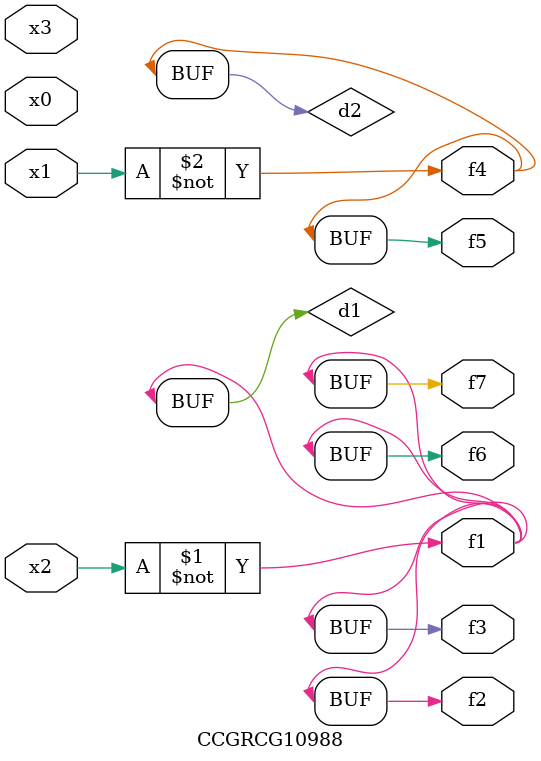
<source format=v>
module CCGRCG10988(
	input x0, x1, x2, x3,
	output f1, f2, f3, f4, f5, f6, f7
);

	wire d1, d2;

	xnor (d1, x2);
	not (d2, x1);
	assign f1 = d1;
	assign f2 = d1;
	assign f3 = d1;
	assign f4 = d2;
	assign f5 = d2;
	assign f6 = d1;
	assign f7 = d1;
endmodule

</source>
